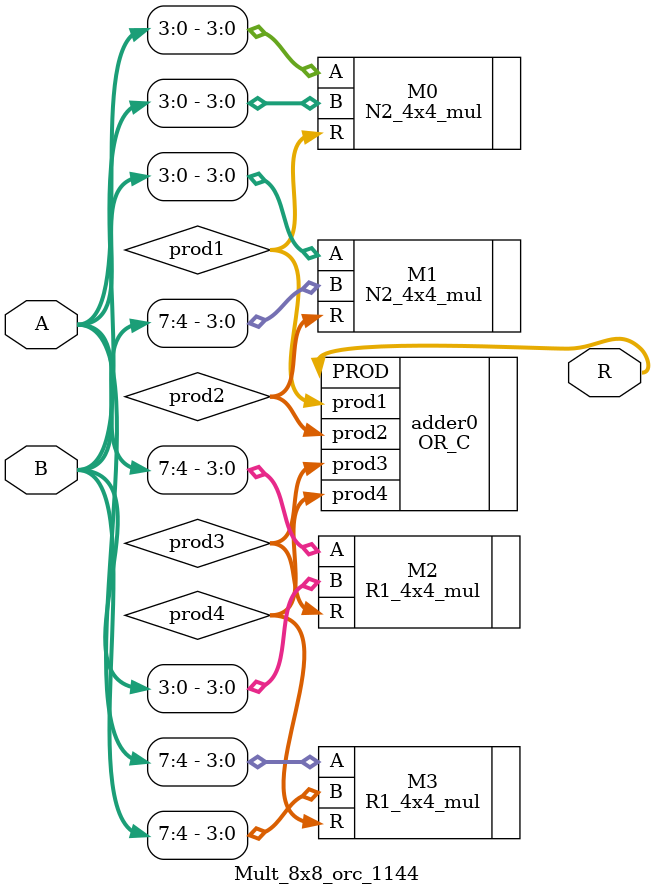
<source format=v>
module Mult_8x8_orc_1144(
input [7:0] A,
input [7:0] B,
output [15:0]R
);
wire [7:0]prod1;
wire [7:0]prod2;
wire [7:0]prod3;
wire [7:0]prod4;

N2_4x4_mul M0(.A(A[3:0]),.B(B[3:0]),.R(prod1));
N2_4x4_mul M1(.A(A[3:0]),.B(B[7:4]),.R(prod2));
R1_4x4_mul M2(.A(A[7:4]),.B(B[3:0]),.R(prod3));
R1_4x4_mul M3(.A(A[7:4]),.B(B[7:4]),.R(prod4));
OR_C adder0(.prod1(prod1),.prod2(prod2),.prod3(prod3),.prod4(prod4),.PROD(R));
endmodule

</source>
